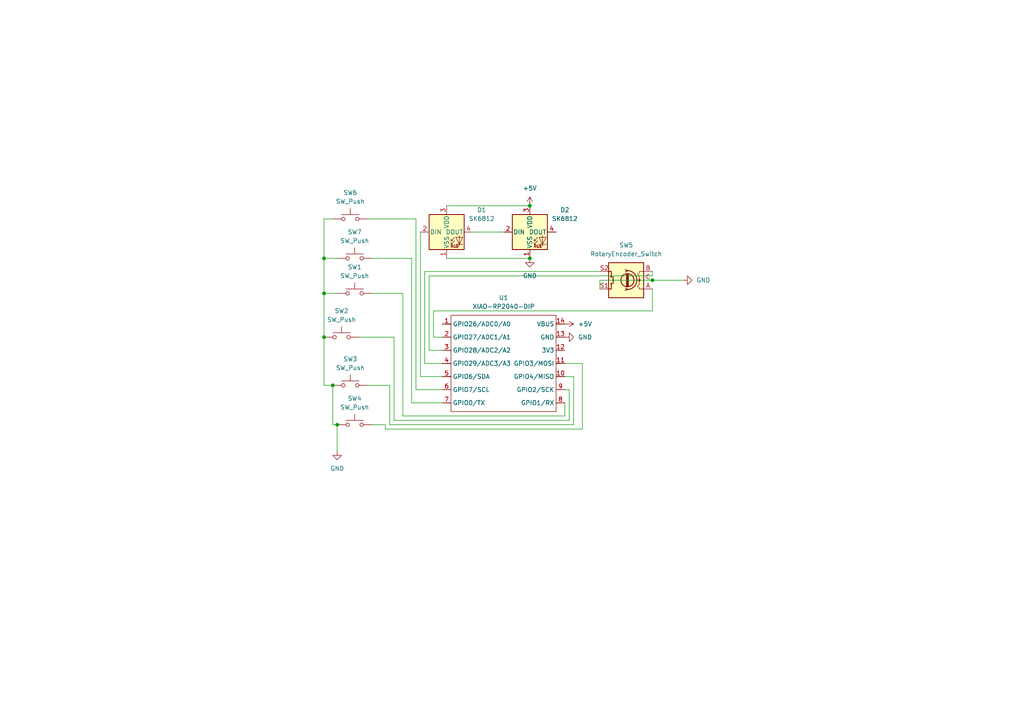
<source format=kicad_sch>
(kicad_sch
	(version 20250114)
	(generator "eeschema")
	(generator_version "9.0")
	(uuid "043453ca-dd00-4d53-951b-841cf98ae1db")
	(paper "A4")
	(lib_symbols
		(symbol "Device:RotaryEncoder_Switch"
			(pin_names
				(offset 0.254)
				(hide yes)
			)
			(exclude_from_sim no)
			(in_bom yes)
			(on_board yes)
			(property "Reference" "SW"
				(at 0 6.604 0)
				(effects
					(font
						(size 1.27 1.27)
					)
				)
			)
			(property "Value" "RotaryEncoder_Switch"
				(at 0 -6.604 0)
				(effects
					(font
						(size 1.27 1.27)
					)
				)
			)
			(property "Footprint" ""
				(at -3.81 4.064 0)
				(effects
					(font
						(size 1.27 1.27)
					)
					(hide yes)
				)
			)
			(property "Datasheet" "~"
				(at 0 6.604 0)
				(effects
					(font
						(size 1.27 1.27)
					)
					(hide yes)
				)
			)
			(property "Description" "Rotary encoder, dual channel, incremental quadrate outputs, with switch"
				(at 0 0 0)
				(effects
					(font
						(size 1.27 1.27)
					)
					(hide yes)
				)
			)
			(property "ki_keywords" "rotary switch encoder switch push button"
				(at 0 0 0)
				(effects
					(font
						(size 1.27 1.27)
					)
					(hide yes)
				)
			)
			(property "ki_fp_filters" "RotaryEncoder*Switch*"
				(at 0 0 0)
				(effects
					(font
						(size 1.27 1.27)
					)
					(hide yes)
				)
			)
			(symbol "RotaryEncoder_Switch_0_1"
				(rectangle
					(start -5.08 5.08)
					(end 5.08 -5.08)
					(stroke
						(width 0.254)
						(type default)
					)
					(fill
						(type background)
					)
				)
				(polyline
					(pts
						(xy -5.08 2.54) (xy -3.81 2.54) (xy -3.81 2.032)
					)
					(stroke
						(width 0)
						(type default)
					)
					(fill
						(type none)
					)
				)
				(polyline
					(pts
						(xy -5.08 0) (xy -3.81 0) (xy -3.81 -1.016) (xy -3.302 -2.032)
					)
					(stroke
						(width 0)
						(type default)
					)
					(fill
						(type none)
					)
				)
				(polyline
					(pts
						(xy -5.08 -2.54) (xy -3.81 -2.54) (xy -3.81 -2.032)
					)
					(stroke
						(width 0)
						(type default)
					)
					(fill
						(type none)
					)
				)
				(polyline
					(pts
						(xy -4.318 0) (xy -3.81 0) (xy -3.81 1.016) (xy -3.302 2.032)
					)
					(stroke
						(width 0)
						(type default)
					)
					(fill
						(type none)
					)
				)
				(circle
					(center -3.81 0)
					(radius 0.254)
					(stroke
						(width 0)
						(type default)
					)
					(fill
						(type outline)
					)
				)
				(polyline
					(pts
						(xy -0.635 -1.778) (xy -0.635 1.778)
					)
					(stroke
						(width 0.254)
						(type default)
					)
					(fill
						(type none)
					)
				)
				(circle
					(center -0.381 0)
					(radius 1.905)
					(stroke
						(width 0.254)
						(type default)
					)
					(fill
						(type none)
					)
				)
				(polyline
					(pts
						(xy -0.381 -1.778) (xy -0.381 1.778)
					)
					(stroke
						(width 0.254)
						(type default)
					)
					(fill
						(type none)
					)
				)
				(arc
					(start -0.381 -2.794)
					(mid -3.0988 -0.0635)
					(end -0.381 2.667)
					(stroke
						(width 0.254)
						(type default)
					)
					(fill
						(type none)
					)
				)
				(polyline
					(pts
						(xy -0.127 1.778) (xy -0.127 -1.778)
					)
					(stroke
						(width 0.254)
						(type default)
					)
					(fill
						(type none)
					)
				)
				(polyline
					(pts
						(xy 0.254 2.921) (xy -0.508 2.667) (xy 0.127 2.286)
					)
					(stroke
						(width 0.254)
						(type default)
					)
					(fill
						(type none)
					)
				)
				(polyline
					(pts
						(xy 0.254 -3.048) (xy -0.508 -2.794) (xy 0.127 -2.413)
					)
					(stroke
						(width 0.254)
						(type default)
					)
					(fill
						(type none)
					)
				)
				(polyline
					(pts
						(xy 3.81 1.016) (xy 3.81 -1.016)
					)
					(stroke
						(width 0.254)
						(type default)
					)
					(fill
						(type none)
					)
				)
				(polyline
					(pts
						(xy 3.81 0) (xy 3.429 0)
					)
					(stroke
						(width 0.254)
						(type default)
					)
					(fill
						(type none)
					)
				)
				(circle
					(center 4.318 1.016)
					(radius 0.127)
					(stroke
						(width 0.254)
						(type default)
					)
					(fill
						(type none)
					)
				)
				(circle
					(center 4.318 -1.016)
					(radius 0.127)
					(stroke
						(width 0.254)
						(type default)
					)
					(fill
						(type none)
					)
				)
				(polyline
					(pts
						(xy 5.08 2.54) (xy 4.318 2.54) (xy 4.318 1.016)
					)
					(stroke
						(width 0.254)
						(type default)
					)
					(fill
						(type none)
					)
				)
				(polyline
					(pts
						(xy 5.08 -2.54) (xy 4.318 -2.54) (xy 4.318 -1.016)
					)
					(stroke
						(width 0.254)
						(type default)
					)
					(fill
						(type none)
					)
				)
			)
			(symbol "RotaryEncoder_Switch_1_1"
				(pin passive line
					(at -7.62 2.54 0)
					(length 2.54)
					(name "A"
						(effects
							(font
								(size 1.27 1.27)
							)
						)
					)
					(number "A"
						(effects
							(font
								(size 1.27 1.27)
							)
						)
					)
				)
				(pin passive line
					(at -7.62 0 0)
					(length 2.54)
					(name "C"
						(effects
							(font
								(size 1.27 1.27)
							)
						)
					)
					(number "C"
						(effects
							(font
								(size 1.27 1.27)
							)
						)
					)
				)
				(pin passive line
					(at -7.62 -2.54 0)
					(length 2.54)
					(name "B"
						(effects
							(font
								(size 1.27 1.27)
							)
						)
					)
					(number "B"
						(effects
							(font
								(size 1.27 1.27)
							)
						)
					)
				)
				(pin passive line
					(at 7.62 2.54 180)
					(length 2.54)
					(name "S1"
						(effects
							(font
								(size 1.27 1.27)
							)
						)
					)
					(number "S1"
						(effects
							(font
								(size 1.27 1.27)
							)
						)
					)
				)
				(pin passive line
					(at 7.62 -2.54 180)
					(length 2.54)
					(name "S2"
						(effects
							(font
								(size 1.27 1.27)
							)
						)
					)
					(number "S2"
						(effects
							(font
								(size 1.27 1.27)
							)
						)
					)
				)
			)
			(embedded_fonts no)
		)
		(symbol "LED:SK6812"
			(pin_names
				(offset 0.254)
			)
			(exclude_from_sim no)
			(in_bom yes)
			(on_board yes)
			(property "Reference" "D"
				(at 5.08 5.715 0)
				(effects
					(font
						(size 1.27 1.27)
					)
					(justify right bottom)
				)
			)
			(property "Value" "SK6812"
				(at 1.27 -5.715 0)
				(effects
					(font
						(size 1.27 1.27)
					)
					(justify left top)
				)
			)
			(property "Footprint" "LED_SMD:LED_SK6812_PLCC4_5.0x5.0mm_P3.2mm"
				(at 1.27 -7.62 0)
				(effects
					(font
						(size 1.27 1.27)
					)
					(justify left top)
					(hide yes)
				)
			)
			(property "Datasheet" "https://cdn-shop.adafruit.com/product-files/1138/SK6812+LED+datasheet+.pdf"
				(at 2.54 -9.525 0)
				(effects
					(font
						(size 1.27 1.27)
					)
					(justify left top)
					(hide yes)
				)
			)
			(property "Description" "RGB LED with integrated controller"
				(at 0 0 0)
				(effects
					(font
						(size 1.27 1.27)
					)
					(hide yes)
				)
			)
			(property "ki_keywords" "RGB LED NeoPixel addressable"
				(at 0 0 0)
				(effects
					(font
						(size 1.27 1.27)
					)
					(hide yes)
				)
			)
			(property "ki_fp_filters" "LED*SK6812*PLCC*5.0x5.0mm*P3.2mm*"
				(at 0 0 0)
				(effects
					(font
						(size 1.27 1.27)
					)
					(hide yes)
				)
			)
			(symbol "SK6812_0_0"
				(text "RGB"
					(at 2.286 -4.191 0)
					(effects
						(font
							(size 0.762 0.762)
						)
					)
				)
			)
			(symbol "SK6812_0_1"
				(polyline
					(pts
						(xy 1.27 -2.54) (xy 1.778 -2.54)
					)
					(stroke
						(width 0)
						(type default)
					)
					(fill
						(type none)
					)
				)
				(polyline
					(pts
						(xy 1.27 -3.556) (xy 1.778 -3.556)
					)
					(stroke
						(width 0)
						(type default)
					)
					(fill
						(type none)
					)
				)
				(polyline
					(pts
						(xy 2.286 -1.524) (xy 1.27 -2.54) (xy 1.27 -2.032)
					)
					(stroke
						(width 0)
						(type default)
					)
					(fill
						(type none)
					)
				)
				(polyline
					(pts
						(xy 2.286 -2.54) (xy 1.27 -3.556) (xy 1.27 -3.048)
					)
					(stroke
						(width 0)
						(type default)
					)
					(fill
						(type none)
					)
				)
				(polyline
					(pts
						(xy 3.683 -1.016) (xy 3.683 -3.556) (xy 3.683 -4.064)
					)
					(stroke
						(width 0)
						(type default)
					)
					(fill
						(type none)
					)
				)
				(polyline
					(pts
						(xy 4.699 -1.524) (xy 2.667 -1.524) (xy 3.683 -3.556) (xy 4.699 -1.524)
					)
					(stroke
						(width 0)
						(type default)
					)
					(fill
						(type none)
					)
				)
				(polyline
					(pts
						(xy 4.699 -3.556) (xy 2.667 -3.556)
					)
					(stroke
						(width 0)
						(type default)
					)
					(fill
						(type none)
					)
				)
				(rectangle
					(start 5.08 5.08)
					(end -5.08 -5.08)
					(stroke
						(width 0.254)
						(type default)
					)
					(fill
						(type background)
					)
				)
			)
			(symbol "SK6812_1_1"
				(pin input line
					(at -7.62 0 0)
					(length 2.54)
					(name "DIN"
						(effects
							(font
								(size 1.27 1.27)
							)
						)
					)
					(number "2"
						(effects
							(font
								(size 1.27 1.27)
							)
						)
					)
				)
				(pin power_in line
					(at 0 7.62 270)
					(length 2.54)
					(name "VDD"
						(effects
							(font
								(size 1.27 1.27)
							)
						)
					)
					(number "3"
						(effects
							(font
								(size 1.27 1.27)
							)
						)
					)
				)
				(pin power_in line
					(at 0 -7.62 90)
					(length 2.54)
					(name "VSS"
						(effects
							(font
								(size 1.27 1.27)
							)
						)
					)
					(number "1"
						(effects
							(font
								(size 1.27 1.27)
							)
						)
					)
				)
				(pin output line
					(at 7.62 0 180)
					(length 2.54)
					(name "DOUT"
						(effects
							(font
								(size 1.27 1.27)
							)
						)
					)
					(number "4"
						(effects
							(font
								(size 1.27 1.27)
							)
						)
					)
				)
			)
			(embedded_fonts no)
		)
		(symbol "OPL Library:XIAO-RP2040-DIP"
			(exclude_from_sim no)
			(in_bom yes)
			(on_board yes)
			(property "Reference" "U"
				(at 0 0 0)
				(effects
					(font
						(size 1.27 1.27)
					)
				)
			)
			(property "Value" "XIAO-RP2040-DIP"
				(at 5.334 -1.778 0)
				(effects
					(font
						(size 1.27 1.27)
					)
				)
			)
			(property "Footprint" "Module:MOUDLE14P-XIAO-DIP-SMD"
				(at 14.478 -32.258 0)
				(effects
					(font
						(size 1.27 1.27)
					)
					(hide yes)
				)
			)
			(property "Datasheet" ""
				(at 0 0 0)
				(effects
					(font
						(size 1.27 1.27)
					)
					(hide yes)
				)
			)
			(property "Description" ""
				(at 0 0 0)
				(effects
					(font
						(size 1.27 1.27)
					)
					(hide yes)
				)
			)
			(symbol "XIAO-RP2040-DIP_1_0"
				(polyline
					(pts
						(xy -1.27 -2.54) (xy 29.21 -2.54)
					)
					(stroke
						(width 0.1524)
						(type solid)
					)
					(fill
						(type none)
					)
				)
				(polyline
					(pts
						(xy -1.27 -5.08) (xy -2.54 -5.08)
					)
					(stroke
						(width 0.1524)
						(type solid)
					)
					(fill
						(type none)
					)
				)
				(polyline
					(pts
						(xy -1.27 -5.08) (xy -1.27 -2.54)
					)
					(stroke
						(width 0.1524)
						(type solid)
					)
					(fill
						(type none)
					)
				)
				(polyline
					(pts
						(xy -1.27 -8.89) (xy -2.54 -8.89)
					)
					(stroke
						(width 0.1524)
						(type solid)
					)
					(fill
						(type none)
					)
				)
				(polyline
					(pts
						(xy -1.27 -8.89) (xy -1.27 -5.08)
					)
					(stroke
						(width 0.1524)
						(type solid)
					)
					(fill
						(type none)
					)
				)
				(polyline
					(pts
						(xy -1.27 -12.7) (xy -2.54 -12.7)
					)
					(stroke
						(width 0.1524)
						(type solid)
					)
					(fill
						(type none)
					)
				)
				(polyline
					(pts
						(xy -1.27 -12.7) (xy -1.27 -8.89)
					)
					(stroke
						(width 0.1524)
						(type solid)
					)
					(fill
						(type none)
					)
				)
				(polyline
					(pts
						(xy -1.27 -16.51) (xy -2.54 -16.51)
					)
					(stroke
						(width 0.1524)
						(type solid)
					)
					(fill
						(type none)
					)
				)
				(polyline
					(pts
						(xy -1.27 -16.51) (xy -1.27 -12.7)
					)
					(stroke
						(width 0.1524)
						(type solid)
					)
					(fill
						(type none)
					)
				)
				(polyline
					(pts
						(xy -1.27 -20.32) (xy -2.54 -20.32)
					)
					(stroke
						(width 0.1524)
						(type solid)
					)
					(fill
						(type none)
					)
				)
				(polyline
					(pts
						(xy -1.27 -24.13) (xy -2.54 -24.13)
					)
					(stroke
						(width 0.1524)
						(type solid)
					)
					(fill
						(type none)
					)
				)
				(polyline
					(pts
						(xy -1.27 -27.94) (xy -2.54 -27.94)
					)
					(stroke
						(width 0.1524)
						(type solid)
					)
					(fill
						(type none)
					)
				)
				(polyline
					(pts
						(xy -1.27 -30.48) (xy -1.27 -16.51)
					)
					(stroke
						(width 0.1524)
						(type solid)
					)
					(fill
						(type none)
					)
				)
				(polyline
					(pts
						(xy 29.21 -2.54) (xy 29.21 -5.08)
					)
					(stroke
						(width 0.1524)
						(type solid)
					)
					(fill
						(type none)
					)
				)
				(polyline
					(pts
						(xy 29.21 -5.08) (xy 29.21 -8.89)
					)
					(stroke
						(width 0.1524)
						(type solid)
					)
					(fill
						(type none)
					)
				)
				(polyline
					(pts
						(xy 29.21 -8.89) (xy 29.21 -12.7)
					)
					(stroke
						(width 0.1524)
						(type solid)
					)
					(fill
						(type none)
					)
				)
				(polyline
					(pts
						(xy 29.21 -12.7) (xy 29.21 -30.48)
					)
					(stroke
						(width 0.1524)
						(type solid)
					)
					(fill
						(type none)
					)
				)
				(polyline
					(pts
						(xy 29.21 -30.48) (xy -1.27 -30.48)
					)
					(stroke
						(width 0.1524)
						(type solid)
					)
					(fill
						(type none)
					)
				)
				(polyline
					(pts
						(xy 30.48 -5.08) (xy 29.21 -5.08)
					)
					(stroke
						(width 0.1524)
						(type solid)
					)
					(fill
						(type none)
					)
				)
				(polyline
					(pts
						(xy 30.48 -8.89) (xy 29.21 -8.89)
					)
					(stroke
						(width 0.1524)
						(type solid)
					)
					(fill
						(type none)
					)
				)
				(polyline
					(pts
						(xy 30.48 -12.7) (xy 29.21 -12.7)
					)
					(stroke
						(width 0.1524)
						(type solid)
					)
					(fill
						(type none)
					)
				)
				(polyline
					(pts
						(xy 30.48 -16.51) (xy 29.21 -16.51)
					)
					(stroke
						(width 0.1524)
						(type solid)
					)
					(fill
						(type none)
					)
				)
				(polyline
					(pts
						(xy 30.48 -20.32) (xy 29.21 -20.32)
					)
					(stroke
						(width 0.1524)
						(type solid)
					)
					(fill
						(type none)
					)
				)
				(polyline
					(pts
						(xy 30.48 -24.13) (xy 29.21 -24.13)
					)
					(stroke
						(width 0.1524)
						(type solid)
					)
					(fill
						(type none)
					)
				)
				(polyline
					(pts
						(xy 30.48 -27.94) (xy 29.21 -27.94)
					)
					(stroke
						(width 0.1524)
						(type solid)
					)
					(fill
						(type none)
					)
				)
				(pin passive line
					(at -3.81 -5.08 0)
					(length 2.54)
					(name "GPIO26/ADC0/A0"
						(effects
							(font
								(size 1.27 1.27)
							)
						)
					)
					(number "1"
						(effects
							(font
								(size 1.27 1.27)
							)
						)
					)
				)
				(pin passive line
					(at -3.81 -8.89 0)
					(length 2.54)
					(name "GPIO27/ADC1/A1"
						(effects
							(font
								(size 1.27 1.27)
							)
						)
					)
					(number "2"
						(effects
							(font
								(size 1.27 1.27)
							)
						)
					)
				)
				(pin passive line
					(at -3.81 -12.7 0)
					(length 2.54)
					(name "GPIO28/ADC2/A2"
						(effects
							(font
								(size 1.27 1.27)
							)
						)
					)
					(number "3"
						(effects
							(font
								(size 1.27 1.27)
							)
						)
					)
				)
				(pin passive line
					(at -3.81 -16.51 0)
					(length 2.54)
					(name "GPIO29/ADC3/A3"
						(effects
							(font
								(size 1.27 1.27)
							)
						)
					)
					(number "4"
						(effects
							(font
								(size 1.27 1.27)
							)
						)
					)
				)
				(pin passive line
					(at -3.81 -20.32 0)
					(length 2.54)
					(name "GPIO6/SDA"
						(effects
							(font
								(size 1.27 1.27)
							)
						)
					)
					(number "5"
						(effects
							(font
								(size 1.27 1.27)
							)
						)
					)
				)
				(pin passive line
					(at -3.81 -24.13 0)
					(length 2.54)
					(name "GPIO7/SCL"
						(effects
							(font
								(size 1.27 1.27)
							)
						)
					)
					(number "6"
						(effects
							(font
								(size 1.27 1.27)
							)
						)
					)
				)
				(pin passive line
					(at -3.81 -27.94 0)
					(length 2.54)
					(name "GPIO0/TX"
						(effects
							(font
								(size 1.27 1.27)
							)
						)
					)
					(number "7"
						(effects
							(font
								(size 1.27 1.27)
							)
						)
					)
				)
				(pin passive line
					(at 31.75 -5.08 180)
					(length 2.54)
					(name "VBUS"
						(effects
							(font
								(size 1.27 1.27)
							)
						)
					)
					(number "14"
						(effects
							(font
								(size 1.27 1.27)
							)
						)
					)
				)
				(pin passive line
					(at 31.75 -8.89 180)
					(length 2.54)
					(name "GND"
						(effects
							(font
								(size 1.27 1.27)
							)
						)
					)
					(number "13"
						(effects
							(font
								(size 1.27 1.27)
							)
						)
					)
				)
				(pin passive line
					(at 31.75 -12.7 180)
					(length 2.54)
					(name "3V3"
						(effects
							(font
								(size 1.27 1.27)
							)
						)
					)
					(number "12"
						(effects
							(font
								(size 1.27 1.27)
							)
						)
					)
				)
				(pin passive line
					(at 31.75 -16.51 180)
					(length 2.54)
					(name "GPIO3/MOSI"
						(effects
							(font
								(size 1.27 1.27)
							)
						)
					)
					(number "11"
						(effects
							(font
								(size 1.27 1.27)
							)
						)
					)
				)
				(pin passive line
					(at 31.75 -20.32 180)
					(length 2.54)
					(name "GPIO4/MISO"
						(effects
							(font
								(size 1.27 1.27)
							)
						)
					)
					(number "10"
						(effects
							(font
								(size 1.27 1.27)
							)
						)
					)
				)
				(pin passive line
					(at 31.75 -24.13 180)
					(length 2.54)
					(name "GPIO2/SCK"
						(effects
							(font
								(size 1.27 1.27)
							)
						)
					)
					(number "9"
						(effects
							(font
								(size 1.27 1.27)
							)
						)
					)
				)
				(pin passive line
					(at 31.75 -27.94 180)
					(length 2.54)
					(name "GPIO1/RX"
						(effects
							(font
								(size 1.27 1.27)
							)
						)
					)
					(number "8"
						(effects
							(font
								(size 1.27 1.27)
							)
						)
					)
				)
			)
			(embedded_fonts no)
		)
		(symbol "Switch:SW_Push"
			(pin_numbers
				(hide yes)
			)
			(pin_names
				(offset 1.016)
				(hide yes)
			)
			(exclude_from_sim no)
			(in_bom yes)
			(on_board yes)
			(property "Reference" "SW"
				(at 1.27 2.54 0)
				(effects
					(font
						(size 1.27 1.27)
					)
					(justify left)
				)
			)
			(property "Value" "SW_Push"
				(at 0 -1.524 0)
				(effects
					(font
						(size 1.27 1.27)
					)
				)
			)
			(property "Footprint" ""
				(at 0 5.08 0)
				(effects
					(font
						(size 1.27 1.27)
					)
					(hide yes)
				)
			)
			(property "Datasheet" "~"
				(at 0 5.08 0)
				(effects
					(font
						(size 1.27 1.27)
					)
					(hide yes)
				)
			)
			(property "Description" "Push button switch, generic, two pins"
				(at 0 0 0)
				(effects
					(font
						(size 1.27 1.27)
					)
					(hide yes)
				)
			)
			(property "ki_keywords" "switch normally-open pushbutton push-button"
				(at 0 0 0)
				(effects
					(font
						(size 1.27 1.27)
					)
					(hide yes)
				)
			)
			(symbol "SW_Push_0_1"
				(circle
					(center -2.032 0)
					(radius 0.508)
					(stroke
						(width 0)
						(type default)
					)
					(fill
						(type none)
					)
				)
				(polyline
					(pts
						(xy 0 1.27) (xy 0 3.048)
					)
					(stroke
						(width 0)
						(type default)
					)
					(fill
						(type none)
					)
				)
				(circle
					(center 2.032 0)
					(radius 0.508)
					(stroke
						(width 0)
						(type default)
					)
					(fill
						(type none)
					)
				)
				(polyline
					(pts
						(xy 2.54 1.27) (xy -2.54 1.27)
					)
					(stroke
						(width 0)
						(type default)
					)
					(fill
						(type none)
					)
				)
				(pin passive line
					(at -5.08 0 0)
					(length 2.54)
					(name "1"
						(effects
							(font
								(size 1.27 1.27)
							)
						)
					)
					(number "1"
						(effects
							(font
								(size 1.27 1.27)
							)
						)
					)
				)
				(pin passive line
					(at 5.08 0 180)
					(length 2.54)
					(name "2"
						(effects
							(font
								(size 1.27 1.27)
							)
						)
					)
					(number "2"
						(effects
							(font
								(size 1.27 1.27)
							)
						)
					)
				)
			)
			(embedded_fonts no)
		)
		(symbol "power:+5V"
			(power)
			(pin_numbers
				(hide yes)
			)
			(pin_names
				(offset 0)
				(hide yes)
			)
			(exclude_from_sim no)
			(in_bom yes)
			(on_board yes)
			(property "Reference" "#PWR"
				(at 0 -3.81 0)
				(effects
					(font
						(size 1.27 1.27)
					)
					(hide yes)
				)
			)
			(property "Value" "+5V"
				(at 0 3.556 0)
				(effects
					(font
						(size 1.27 1.27)
					)
				)
			)
			(property "Footprint" ""
				(at 0 0 0)
				(effects
					(font
						(size 1.27 1.27)
					)
					(hide yes)
				)
			)
			(property "Datasheet" ""
				(at 0 0 0)
				(effects
					(font
						(size 1.27 1.27)
					)
					(hide yes)
				)
			)
			(property "Description" "Power symbol creates a global label with name \"+5V\""
				(at 0 0 0)
				(effects
					(font
						(size 1.27 1.27)
					)
					(hide yes)
				)
			)
			(property "ki_keywords" "global power"
				(at 0 0 0)
				(effects
					(font
						(size 1.27 1.27)
					)
					(hide yes)
				)
			)
			(symbol "+5V_0_1"
				(polyline
					(pts
						(xy -0.762 1.27) (xy 0 2.54)
					)
					(stroke
						(width 0)
						(type default)
					)
					(fill
						(type none)
					)
				)
				(polyline
					(pts
						(xy 0 2.54) (xy 0.762 1.27)
					)
					(stroke
						(width 0)
						(type default)
					)
					(fill
						(type none)
					)
				)
				(polyline
					(pts
						(xy 0 0) (xy 0 2.54)
					)
					(stroke
						(width 0)
						(type default)
					)
					(fill
						(type none)
					)
				)
			)
			(symbol "+5V_1_1"
				(pin power_in line
					(at 0 0 90)
					(length 0)
					(name "~"
						(effects
							(font
								(size 1.27 1.27)
							)
						)
					)
					(number "1"
						(effects
							(font
								(size 1.27 1.27)
							)
						)
					)
				)
			)
			(embedded_fonts no)
		)
		(symbol "power:GND"
			(power)
			(pin_numbers
				(hide yes)
			)
			(pin_names
				(offset 0)
				(hide yes)
			)
			(exclude_from_sim no)
			(in_bom yes)
			(on_board yes)
			(property "Reference" "#PWR"
				(at 0 -6.35 0)
				(effects
					(font
						(size 1.27 1.27)
					)
					(hide yes)
				)
			)
			(property "Value" "GND"
				(at 0 -3.81 0)
				(effects
					(font
						(size 1.27 1.27)
					)
				)
			)
			(property "Footprint" ""
				(at 0 0 0)
				(effects
					(font
						(size 1.27 1.27)
					)
					(hide yes)
				)
			)
			(property "Datasheet" ""
				(at 0 0 0)
				(effects
					(font
						(size 1.27 1.27)
					)
					(hide yes)
				)
			)
			(property "Description" "Power symbol creates a global label with name \"GND\" , ground"
				(at 0 0 0)
				(effects
					(font
						(size 1.27 1.27)
					)
					(hide yes)
				)
			)
			(property "ki_keywords" "global power"
				(at 0 0 0)
				(effects
					(font
						(size 1.27 1.27)
					)
					(hide yes)
				)
			)
			(symbol "GND_0_1"
				(polyline
					(pts
						(xy 0 0) (xy 0 -1.27) (xy 1.27 -1.27) (xy 0 -2.54) (xy -1.27 -1.27) (xy 0 -1.27)
					)
					(stroke
						(width 0)
						(type default)
					)
					(fill
						(type none)
					)
				)
			)
			(symbol "GND_1_1"
				(pin power_in line
					(at 0 0 270)
					(length 0)
					(name "~"
						(effects
							(font
								(size 1.27 1.27)
							)
						)
					)
					(number "1"
						(effects
							(font
								(size 1.27 1.27)
							)
						)
					)
				)
			)
			(embedded_fonts no)
		)
	)
	(junction
		(at 97.79 123.19)
		(diameter 0)
		(color 0 0 0 0)
		(uuid "28aeacc9-7f83-4f3b-aea7-97c0cf6e1380")
	)
	(junction
		(at 189.23 81.28)
		(diameter 0)
		(color 0 0 0 0)
		(uuid "682be3c9-979f-42e1-a28b-7a394d2147e5")
	)
	(junction
		(at 153.67 59.69)
		(diameter 0)
		(color 0 0 0 0)
		(uuid "7c1b7831-9116-473c-98c4-342a16cb7d69")
	)
	(junction
		(at 93.98 85.09)
		(diameter 0)
		(color 0 0 0 0)
		(uuid "7c33c3e1-8cf2-409f-bcf4-19916dcd3d55")
	)
	(junction
		(at 93.98 97.79)
		(diameter 0)
		(color 0 0 0 0)
		(uuid "7ea6d7e6-0af2-4b71-8b78-c0055d2e391e")
	)
	(junction
		(at 153.67 74.93)
		(diameter 0)
		(color 0 0 0 0)
		(uuid "9ff9b6e5-cc08-47b5-9f26-3dddc15c4cc8")
	)
	(junction
		(at 96.52 111.76)
		(diameter 0)
		(color 0 0 0 0)
		(uuid "c22d337e-462b-4473-ba20-efc7dc3e8905")
	)
	(junction
		(at 93.98 74.93)
		(diameter 0)
		(color 0 0 0 0)
		(uuid "de6d4d3c-770b-4c9c-93aa-6b37ca1fc634")
	)
	(wire
		(pts
			(xy 113.03 123.19) (xy 166.37 123.19)
		)
		(stroke
			(width 0)
			(type default)
		)
		(uuid "0055261c-c338-44bd-8925-0156ed1bd299")
	)
	(wire
		(pts
			(xy 129.54 59.69) (xy 153.67 59.69)
		)
		(stroke
			(width 0)
			(type default)
		)
		(uuid "01e2236b-7815-4edb-8234-0c23e2d0b3c6")
	)
	(wire
		(pts
			(xy 93.98 74.93) (xy 93.98 85.09)
		)
		(stroke
			(width 0)
			(type default)
		)
		(uuid "027a6149-e439-40c0-9d3f-039138060226")
	)
	(wire
		(pts
			(xy 166.37 109.22) (xy 163.83 109.22)
		)
		(stroke
			(width 0)
			(type default)
		)
		(uuid "0fe919b5-105e-4b46-a9fc-67adc06ec71c")
	)
	(wire
		(pts
			(xy 125.73 97.79) (xy 128.27 97.79)
		)
		(stroke
			(width 0)
			(type default)
		)
		(uuid "1021e8f4-7d8a-435e-a00f-a53e107d0e90")
	)
	(wire
		(pts
			(xy 173.99 78.74) (xy 123.19 78.74)
		)
		(stroke
			(width 0)
			(type default)
		)
		(uuid "169404f3-9538-4180-8c2d-d1cd0b252c26")
	)
	(wire
		(pts
			(xy 97.79 123.19) (xy 97.79 130.81)
		)
		(stroke
			(width 0)
			(type default)
		)
		(uuid "197ebd4e-71a2-4c9a-b49a-8e1a7f1505b1")
	)
	(wire
		(pts
			(xy 189.23 81.28) (xy 198.12 81.28)
		)
		(stroke
			(width 0)
			(type default)
		)
		(uuid "1c06021d-e084-41fb-a795-c57bf5dc3e63")
	)
	(wire
		(pts
			(xy 189.23 90.17) (xy 125.73 90.17)
		)
		(stroke
			(width 0)
			(type default)
		)
		(uuid "207c9a64-ad01-4d94-a1bb-8690f991059d")
	)
	(wire
		(pts
			(xy 123.19 105.41) (xy 128.27 105.41)
		)
		(stroke
			(width 0)
			(type default)
		)
		(uuid "278cb128-6726-4818-81f9-3bd2ef608c55")
	)
	(wire
		(pts
			(xy 97.79 85.09) (xy 93.98 85.09)
		)
		(stroke
			(width 0)
			(type default)
		)
		(uuid "2ba072ae-fa49-46e1-8ec0-55fd6045026d")
	)
	(wire
		(pts
			(xy 173.99 83.82) (xy 173.99 81.28)
		)
		(stroke
			(width 0)
			(type default)
		)
		(uuid "2ca5ad51-e828-4436-9b78-37e0443e3e88")
	)
	(wire
		(pts
			(xy 168.91 124.46) (xy 168.91 105.41)
		)
		(stroke
			(width 0)
			(type default)
		)
		(uuid "3227d12a-3131-4c05-8ce5-5c2af8ceeaa6")
	)
	(wire
		(pts
			(xy 120.65 63.5) (xy 120.65 113.03)
		)
		(stroke
			(width 0)
			(type default)
		)
		(uuid "4a1ec4aa-b3bb-4341-981d-4c1bb81cfcf3")
	)
	(wire
		(pts
			(xy 96.52 111.76) (xy 96.52 123.19)
		)
		(stroke
			(width 0)
			(type default)
		)
		(uuid "4bc6e8b8-b61d-4a2b-82ee-bec4aa7232aa")
	)
	(wire
		(pts
			(xy 165.1 121.92) (xy 165.1 113.03)
		)
		(stroke
			(width 0)
			(type default)
		)
		(uuid "4bde109a-8657-4100-839c-4618d6ffbaa1")
	)
	(wire
		(pts
			(xy 116.84 120.65) (xy 163.83 120.65)
		)
		(stroke
			(width 0)
			(type default)
		)
		(uuid "4db5c5d2-12f5-44f0-9d17-c3b1a5fc9d2d")
	)
	(wire
		(pts
			(xy 106.68 111.76) (xy 113.03 111.76)
		)
		(stroke
			(width 0)
			(type default)
		)
		(uuid "4f308803-311a-4470-9559-1a31cd90ab1e")
	)
	(wire
		(pts
			(xy 107.95 85.09) (xy 116.84 85.09)
		)
		(stroke
			(width 0)
			(type default)
		)
		(uuid "50fb3487-31c1-4e27-aa2a-60926ab4e27d")
	)
	(wire
		(pts
			(xy 116.84 85.09) (xy 116.84 120.65)
		)
		(stroke
			(width 0)
			(type default)
		)
		(uuid "593b1edc-cddf-4039-8703-219cbc4cc428")
	)
	(wire
		(pts
			(xy 114.3 97.79) (xy 114.3 121.92)
		)
		(stroke
			(width 0)
			(type default)
		)
		(uuid "5ba9a868-1da1-4efb-9c6d-84d3d72104eb")
	)
	(wire
		(pts
			(xy 93.98 63.5) (xy 93.98 74.93)
		)
		(stroke
			(width 0)
			(type default)
		)
		(uuid "650cdcc8-e22f-4189-b9b3-81547a1c6d3f")
	)
	(wire
		(pts
			(xy 113.03 111.76) (xy 113.03 123.19)
		)
		(stroke
			(width 0)
			(type default)
		)
		(uuid "66a3c937-18bb-46b7-9567-0e835562bbbc")
	)
	(wire
		(pts
			(xy 114.3 121.92) (xy 165.1 121.92)
		)
		(stroke
			(width 0)
			(type default)
		)
		(uuid "6e4817ac-b4f9-4cbe-8d67-5fc8a9a2bcd2")
	)
	(wire
		(pts
			(xy 129.54 74.93) (xy 153.67 74.93)
		)
		(stroke
			(width 0)
			(type default)
		)
		(uuid "7569b5c4-77c4-410b-b742-3d7bb947f6e8")
	)
	(wire
		(pts
			(xy 111.76 123.19) (xy 111.76 124.46)
		)
		(stroke
			(width 0)
			(type default)
		)
		(uuid "775f1fe0-7e35-4688-8944-79fe704465e3")
	)
	(wire
		(pts
			(xy 120.65 113.03) (xy 128.27 113.03)
		)
		(stroke
			(width 0)
			(type default)
		)
		(uuid "7784b31d-c96c-412d-8b58-0165d42bea2b")
	)
	(wire
		(pts
			(xy 106.68 63.5) (xy 120.65 63.5)
		)
		(stroke
			(width 0)
			(type default)
		)
		(uuid "784dec3e-7d8a-4e8e-8ad0-1e1226a6c33d")
	)
	(wire
		(pts
			(xy 173.99 81.28) (xy 189.23 81.28)
		)
		(stroke
			(width 0)
			(type default)
		)
		(uuid "7d3c7485-2de1-4528-ab56-6982f0081860")
	)
	(wire
		(pts
			(xy 189.23 80.01) (xy 124.46 80.01)
		)
		(stroke
			(width 0)
			(type default)
		)
		(uuid "80f52a69-c652-4caa-86b7-012b64690026")
	)
	(wire
		(pts
			(xy 163.83 120.65) (xy 163.83 116.84)
		)
		(stroke
			(width 0)
			(type default)
		)
		(uuid "8649ec7d-6dc2-439f-949f-f0c82725c67b")
	)
	(wire
		(pts
			(xy 168.91 105.41) (xy 163.83 105.41)
		)
		(stroke
			(width 0)
			(type default)
		)
		(uuid "8e9a0d2b-c1af-4519-826a-6293927a8fea")
	)
	(wire
		(pts
			(xy 137.16 67.31) (xy 146.05 67.31)
		)
		(stroke
			(width 0)
			(type default)
		)
		(uuid "9a46292c-19f4-4ce8-8be9-ecb0a5f49c26")
	)
	(wire
		(pts
			(xy 125.73 90.17) (xy 125.73 97.79)
		)
		(stroke
			(width 0)
			(type default)
		)
		(uuid "9a9556f2-e95d-4114-9b48-0c223d5c9b5d")
	)
	(wire
		(pts
			(xy 93.98 97.79) (xy 93.98 111.76)
		)
		(stroke
			(width 0)
			(type default)
		)
		(uuid "a2860a61-f072-4187-8fc0-e372aa82bc99")
	)
	(wire
		(pts
			(xy 189.23 78.74) (xy 189.23 80.01)
		)
		(stroke
			(width 0)
			(type default)
		)
		(uuid "ac942967-27d5-4df1-9be9-8d71216d05ad")
	)
	(wire
		(pts
			(xy 96.52 123.19) (xy 97.79 123.19)
		)
		(stroke
			(width 0)
			(type default)
		)
		(uuid "afe26f7b-5510-4d55-8cd8-049f594ae8dd")
	)
	(wire
		(pts
			(xy 189.23 83.82) (xy 189.23 90.17)
		)
		(stroke
			(width 0)
			(type default)
		)
		(uuid "b0760ad1-a5cb-4538-bbde-feb69b554884")
	)
	(wire
		(pts
			(xy 165.1 113.03) (xy 163.83 113.03)
		)
		(stroke
			(width 0)
			(type default)
		)
		(uuid "b2e0631e-dbba-4268-8613-23493035c2e7")
	)
	(wire
		(pts
			(xy 123.19 78.74) (xy 123.19 105.41)
		)
		(stroke
			(width 0)
			(type default)
		)
		(uuid "bd092bb9-1ae8-4abd-9783-6242c7fa7b53")
	)
	(wire
		(pts
			(xy 97.79 74.93) (xy 93.98 74.93)
		)
		(stroke
			(width 0)
			(type default)
		)
		(uuid "bf5f0c2c-d091-47fe-8736-6c1dc01c3d77")
	)
	(wire
		(pts
			(xy 107.95 74.93) (xy 119.38 74.93)
		)
		(stroke
			(width 0)
			(type default)
		)
		(uuid "bf77fc45-7a43-4ead-987e-5e4b52b5897e")
	)
	(wire
		(pts
			(xy 121.92 67.31) (xy 121.92 109.22)
		)
		(stroke
			(width 0)
			(type default)
		)
		(uuid "c16ca54c-7dc5-42aa-81b3-5978159299a0")
	)
	(wire
		(pts
			(xy 96.52 63.5) (xy 93.98 63.5)
		)
		(stroke
			(width 0)
			(type default)
		)
		(uuid "c88698d9-0d89-434b-9500-56ea495e8de1")
	)
	(wire
		(pts
			(xy 93.98 111.76) (xy 96.52 111.76)
		)
		(stroke
			(width 0)
			(type default)
		)
		(uuid "d235d30b-a509-4fd8-9f89-a7aa2dc0caac")
	)
	(wire
		(pts
			(xy 107.95 123.19) (xy 111.76 123.19)
		)
		(stroke
			(width 0)
			(type default)
		)
		(uuid "e1c9302e-583b-4145-be20-ed0f2b2d702c")
	)
	(wire
		(pts
			(xy 124.46 101.6) (xy 128.27 101.6)
		)
		(stroke
			(width 0)
			(type default)
		)
		(uuid "e21546bd-e236-48fd-b8da-c1d13ea6586b")
	)
	(wire
		(pts
			(xy 111.76 124.46) (xy 168.91 124.46)
		)
		(stroke
			(width 0)
			(type default)
		)
		(uuid "e3bde570-6c3f-45ab-a615-205e9b88fbc0")
	)
	(wire
		(pts
			(xy 124.46 80.01) (xy 124.46 101.6)
		)
		(stroke
			(width 0)
			(type default)
		)
		(uuid "e3c66dbc-8443-4acd-b08c-71b064b9ddd7")
	)
	(wire
		(pts
			(xy 128.27 109.22) (xy 121.92 109.22)
		)
		(stroke
			(width 0)
			(type default)
		)
		(uuid "e71d5042-2982-41c6-867a-270d25eb65c5")
	)
	(wire
		(pts
			(xy 166.37 123.19) (xy 166.37 109.22)
		)
		(stroke
			(width 0)
			(type default)
		)
		(uuid "e89ec681-96e9-44ac-a91c-d8b87702d326")
	)
	(wire
		(pts
			(xy 104.14 97.79) (xy 114.3 97.79)
		)
		(stroke
			(width 0)
			(type default)
		)
		(uuid "e950722a-952c-4ff5-b535-ea8de67df7e6")
	)
	(wire
		(pts
			(xy 93.98 85.09) (xy 93.98 97.79)
		)
		(stroke
			(width 0)
			(type default)
		)
		(uuid "e9c8ecae-fc37-494b-a170-479ca092d2e2")
	)
	(wire
		(pts
			(xy 119.38 116.84) (xy 128.27 116.84)
		)
		(stroke
			(width 0)
			(type default)
		)
		(uuid "f1232adf-4db4-4045-932a-2647f2a8fa74")
	)
	(wire
		(pts
			(xy 119.38 74.93) (xy 119.38 116.84)
		)
		(stroke
			(width 0)
			(type default)
		)
		(uuid "f22f4163-d679-4ee8-9b9c-eb14a4b8931d")
	)
	(symbol
		(lib_id "OPL Library:XIAO-RP2040-DIP")
		(at 132.08 88.9 0)
		(unit 1)
		(exclude_from_sim no)
		(in_bom yes)
		(on_board yes)
		(dnp no)
		(fields_autoplaced yes)
		(uuid "05034242-946d-49b8-af9d-b053dff9faad")
		(property "Reference" "U1"
			(at 146.05 86.36 0)
			(effects
				(font
					(size 1.27 1.27)
				)
			)
		)
		(property "Value" "XIAO-RP2040-DIP"
			(at 146.05 88.9 0)
			(effects
				(font
					(size 1.27 1.27)
				)
			)
		)
		(property "Footprint" "Opl Library:XIAO-RP2040-DIP"
			(at 146.558 121.158 0)
			(effects
				(font
					(size 1.27 1.27)
				)
				(hide yes)
			)
		)
		(property "Datasheet" ""
			(at 132.08 88.9 0)
			(effects
				(font
					(size 1.27 1.27)
				)
				(hide yes)
			)
		)
		(property "Description" ""
			(at 132.08 88.9 0)
			(effects
				(font
					(size 1.27 1.27)
				)
				(hide yes)
			)
		)
		(pin "7"
			(uuid "f574e8ed-f3cd-40b4-95b3-75734ab4f6d8")
		)
		(pin "8"
			(uuid "22fdd6a4-49fa-477f-aa4c-da9375b94eef")
		)
		(pin "13"
			(uuid "676d73ba-84d3-4276-9fdb-08dfb67cff89")
		)
		(pin "6"
			(uuid "f78f6701-3208-4168-93ca-6f59985320f0")
		)
		(pin "14"
			(uuid "a4a663ed-f936-4bb9-ab57-9ab43c3fce7c")
		)
		(pin "10"
			(uuid "504da6c6-f725-4069-af29-521a59d76ab2")
		)
		(pin "12"
			(uuid "00148bbd-7bad-41b1-adb3-023a5a68b224")
		)
		(pin "11"
			(uuid "be4826bb-4286-411f-a3ab-d9813e5e6bba")
		)
		(pin "3"
			(uuid "fe73aee1-f0d2-4a06-82ff-600e1ba7d58b")
		)
		(pin "4"
			(uuid "070120c8-41cd-4a0b-bf96-82e3acbe1af7")
		)
		(pin "5"
			(uuid "67d0d1bf-130d-4f45-9a5b-856a43f70fb3")
		)
		(pin "2"
			(uuid "e546b519-8d1c-4d39-ac3a-1d078b057ac5")
		)
		(pin "9"
			(uuid "04fb5086-6d9b-429d-a162-1402ed3f6a75")
		)
		(pin "1"
			(uuid "3276dfaf-5bf2-49d1-b7d2-b6fba73cb14e")
		)
		(instances
			(project ""
				(path "/043453ca-dd00-4d53-951b-841cf98ae1db"
					(reference "U1")
					(unit 1)
				)
			)
		)
	)
	(symbol
		(lib_id "LED:SK6812")
		(at 153.67 67.31 0)
		(unit 1)
		(exclude_from_sim no)
		(in_bom yes)
		(on_board yes)
		(dnp no)
		(fields_autoplaced yes)
		(uuid "077901b7-ef10-4d46-b10c-1868b1645a2f")
		(property "Reference" "D2"
			(at 163.83 60.8898 0)
			(effects
				(font
					(size 1.27 1.27)
				)
			)
		)
		(property "Value" "SK6812"
			(at 163.83 63.4298 0)
			(effects
				(font
					(size 1.27 1.27)
				)
			)
		)
		(property "Footprint" "LED_SMD:LED_SK6812_PLCC4_5.0x5.0mm_P3.2mm"
			(at 154.94 74.93 0)
			(effects
				(font
					(size 1.27 1.27)
				)
				(justify left top)
				(hide yes)
			)
		)
		(property "Datasheet" "https://cdn-shop.adafruit.com/product-files/1138/SK6812+LED+datasheet+.pdf"
			(at 156.21 76.835 0)
			(effects
				(font
					(size 1.27 1.27)
				)
				(justify left top)
				(hide yes)
			)
		)
		(property "Description" "RGB LED with integrated controller"
			(at 153.67 67.31 0)
			(effects
				(font
					(size 1.27 1.27)
				)
				(hide yes)
			)
		)
		(pin "3"
			(uuid "13707021-8769-4ebb-8102-808c5700ec97")
		)
		(pin "2"
			(uuid "c7544d3d-22e4-4e16-b13f-f5d6e5c5c943")
		)
		(pin "1"
			(uuid "caa1b6f7-0513-4551-b89e-6e789d0ee1e5")
		)
		(pin "4"
			(uuid "2e7ea824-e70e-43fe-a21c-2a431583758c")
		)
		(instances
			(project ""
				(path "/043453ca-dd00-4d53-951b-841cf98ae1db"
					(reference "D2")
					(unit 1)
				)
			)
		)
	)
	(symbol
		(lib_id "Switch:SW_Push")
		(at 102.87 74.93 0)
		(unit 1)
		(exclude_from_sim no)
		(in_bom yes)
		(on_board yes)
		(dnp no)
		(fields_autoplaced yes)
		(uuid "0a66d00d-c2ff-41f9-9b38-fad5b28d8c6b")
		(property "Reference" "SW7"
			(at 102.87 67.31 0)
			(effects
				(font
					(size 1.27 1.27)
				)
			)
		)
		(property "Value" "SW_Push"
			(at 102.87 69.85 0)
			(effects
				(font
					(size 1.27 1.27)
				)
			)
		)
		(property "Footprint" "Button_Switch_Keyboard:SW_Cherry_MX_1.00u_PCB"
			(at 102.87 69.85 0)
			(effects
				(font
					(size 1.27 1.27)
				)
				(hide yes)
			)
		)
		(property "Datasheet" "~"
			(at 102.87 69.85 0)
			(effects
				(font
					(size 1.27 1.27)
				)
				(hide yes)
			)
		)
		(property "Description" "Push button switch, generic, two pins"
			(at 102.87 74.93 0)
			(effects
				(font
					(size 1.27 1.27)
				)
				(hide yes)
			)
		)
		(pin "1"
			(uuid "be146dcc-da73-49bf-9753-3642cc5d71ad")
		)
		(pin "2"
			(uuid "80693363-14f2-433e-8e07-089096671541")
		)
		(instances
			(project "Bdogs Keypad"
				(path "/043453ca-dd00-4d53-951b-841cf98ae1db"
					(reference "SW7")
					(unit 1)
				)
			)
		)
	)
	(symbol
		(lib_id "Switch:SW_Push")
		(at 102.87 85.09 0)
		(unit 1)
		(exclude_from_sim no)
		(in_bom yes)
		(on_board yes)
		(dnp no)
		(fields_autoplaced yes)
		(uuid "0bf04f93-1462-4c85-b027-77b188e0ddbf")
		(property "Reference" "SW1"
			(at 102.87 77.47 0)
			(effects
				(font
					(size 1.27 1.27)
				)
			)
		)
		(property "Value" "SW_Push"
			(at 102.87 80.01 0)
			(effects
				(font
					(size 1.27 1.27)
				)
			)
		)
		(property "Footprint" "Button_Switch_Keyboard:SW_Cherry_MX_1.00u_PCB"
			(at 102.87 80.01 0)
			(effects
				(font
					(size 1.27 1.27)
				)
				(hide yes)
			)
		)
		(property "Datasheet" "~"
			(at 102.87 80.01 0)
			(effects
				(font
					(size 1.27 1.27)
				)
				(hide yes)
			)
		)
		(property "Description" "Push button switch, generic, two pins"
			(at 102.87 85.09 0)
			(effects
				(font
					(size 1.27 1.27)
				)
				(hide yes)
			)
		)
		(pin "2"
			(uuid "a0e264ac-b41c-4c8d-ae06-492a2c2ad892")
		)
		(pin "1"
			(uuid "c3ccaebc-0b3a-4781-8509-77f5598f584e")
		)
		(instances
			(project ""
				(path "/043453ca-dd00-4d53-951b-841cf98ae1db"
					(reference "SW1")
					(unit 1)
				)
			)
		)
	)
	(symbol
		(lib_id "power:+5V")
		(at 153.67 59.69 0)
		(unit 1)
		(exclude_from_sim no)
		(in_bom yes)
		(on_board yes)
		(dnp no)
		(fields_autoplaced yes)
		(uuid "19f6c4c6-edbd-4d1a-97d4-64d3bbe8fa63")
		(property "Reference" "#PWR05"
			(at 153.67 63.5 0)
			(effects
				(font
					(size 1.27 1.27)
				)
				(hide yes)
			)
		)
		(property "Value" "+5V"
			(at 153.67 54.61 0)
			(effects
				(font
					(size 1.27 1.27)
				)
			)
		)
		(property "Footprint" ""
			(at 153.67 59.69 0)
			(effects
				(font
					(size 1.27 1.27)
				)
				(hide yes)
			)
		)
		(property "Datasheet" ""
			(at 153.67 59.69 0)
			(effects
				(font
					(size 1.27 1.27)
				)
				(hide yes)
			)
		)
		(property "Description" "Power symbol creates a global label with name \"+5V\""
			(at 153.67 59.69 0)
			(effects
				(font
					(size 1.27 1.27)
				)
				(hide yes)
			)
		)
		(pin "1"
			(uuid "7cb1bb6e-30c7-4bc0-a5a1-62763ef7f560")
		)
		(instances
			(project "Bdogs Keypad"
				(path "/043453ca-dd00-4d53-951b-841cf98ae1db"
					(reference "#PWR05")
					(unit 1)
				)
			)
		)
	)
	(symbol
		(lib_id "Switch:SW_Push")
		(at 101.6 63.5 0)
		(unit 1)
		(exclude_from_sim no)
		(in_bom yes)
		(on_board yes)
		(dnp no)
		(fields_autoplaced yes)
		(uuid "288df56a-1069-43ef-b95f-03b644cfd965")
		(property "Reference" "SW6"
			(at 101.6 55.88 0)
			(effects
				(font
					(size 1.27 1.27)
				)
			)
		)
		(property "Value" "SW_Push"
			(at 101.6 58.42 0)
			(effects
				(font
					(size 1.27 1.27)
				)
			)
		)
		(property "Footprint" "Button_Switch_Keyboard:SW_Cherry_MX_1.00u_PCB"
			(at 101.6 58.42 0)
			(effects
				(font
					(size 1.27 1.27)
				)
				(hide yes)
			)
		)
		(property "Datasheet" "~"
			(at 101.6 58.42 0)
			(effects
				(font
					(size 1.27 1.27)
				)
				(hide yes)
			)
		)
		(property "Description" "Push button switch, generic, two pins"
			(at 101.6 63.5 0)
			(effects
				(font
					(size 1.27 1.27)
				)
				(hide yes)
			)
		)
		(pin "1"
			(uuid "fcce5e23-0c43-432b-9f5e-b6b2ee1afb8f")
		)
		(pin "2"
			(uuid "0bbebcaf-c198-4607-906f-00214575e449")
		)
		(instances
			(project "Bdogs Keypad"
				(path "/043453ca-dd00-4d53-951b-841cf98ae1db"
					(reference "SW6")
					(unit 1)
				)
			)
		)
	)
	(symbol
		(lib_id "power:GND")
		(at 198.12 81.28 90)
		(unit 1)
		(exclude_from_sim no)
		(in_bom yes)
		(on_board yes)
		(dnp no)
		(uuid "34e427dd-7ef4-4308-bb9e-552cb6b290d8")
		(property "Reference" "#PWR06"
			(at 204.47 81.28 0)
			(effects
				(font
					(size 1.27 1.27)
				)
				(hide yes)
			)
		)
		(property "Value" "GND"
			(at 201.93 81.2799 90)
			(effects
				(font
					(size 1.27 1.27)
				)
				(justify right)
			)
		)
		(property "Footprint" ""
			(at 198.12 81.28 0)
			(effects
				(font
					(size 1.27 1.27)
				)
				(hide yes)
			)
		)
		(property "Datasheet" ""
			(at 198.12 81.28 0)
			(effects
				(font
					(size 1.27 1.27)
				)
				(hide yes)
			)
		)
		(property "Description" "Power symbol creates a global label with name \"GND\" , ground"
			(at 198.12 81.28 0)
			(effects
				(font
					(size 1.27 1.27)
				)
				(hide yes)
			)
		)
		(pin "1"
			(uuid "6574adfd-4e9d-48d6-8fca-cb085f16742b")
		)
		(instances
			(project ""
				(path "/043453ca-dd00-4d53-951b-841cf98ae1db"
					(reference "#PWR06")
					(unit 1)
				)
			)
		)
	)
	(symbol
		(lib_id "power:GND")
		(at 163.83 97.79 90)
		(unit 1)
		(exclude_from_sim no)
		(in_bom yes)
		(on_board yes)
		(dnp no)
		(fields_autoplaced yes)
		(uuid "4fcc2939-30a9-4fa2-8b0a-69974a941608")
		(property "Reference" "#PWR03"
			(at 170.18 97.79 0)
			(effects
				(font
					(size 1.27 1.27)
				)
				(hide yes)
			)
		)
		(property "Value" "GND"
			(at 167.64 97.7899 90)
			(effects
				(font
					(size 1.27 1.27)
				)
				(justify right)
			)
		)
		(property "Footprint" ""
			(at 163.83 97.79 0)
			(effects
				(font
					(size 1.27 1.27)
				)
				(hide yes)
			)
		)
		(property "Datasheet" ""
			(at 163.83 97.79 0)
			(effects
				(font
					(size 1.27 1.27)
				)
				(hide yes)
			)
		)
		(property "Description" "Power symbol creates a global label with name \"GND\" , ground"
			(at 163.83 97.79 0)
			(effects
				(font
					(size 1.27 1.27)
				)
				(hide yes)
			)
		)
		(pin "1"
			(uuid "69f6fb56-ab58-43d1-8ba3-4e771779b3fa")
		)
		(instances
			(project "Bdogs Keypad"
				(path "/043453ca-dd00-4d53-951b-841cf98ae1db"
					(reference "#PWR03")
					(unit 1)
				)
			)
		)
	)
	(symbol
		(lib_id "Device:RotaryEncoder_Switch")
		(at 181.61 81.28 180)
		(unit 1)
		(exclude_from_sim no)
		(in_bom yes)
		(on_board yes)
		(dnp no)
		(fields_autoplaced yes)
		(uuid "575c43b2-33fd-4532-b3b4-24b6270b07db")
		(property "Reference" "SW5"
			(at 181.61 71.12 0)
			(effects
				(font
					(size 1.27 1.27)
				)
			)
		)
		(property "Value" "RotaryEncoder_Switch"
			(at 181.61 73.66 0)
			(effects
				(font
					(size 1.27 1.27)
				)
			)
		)
		(property "Footprint" "Rotary_Encoder:RotaryEncoder_Alps_EC11E-Switch_Vertical_H20mm"
			(at 185.42 85.344 0)
			(effects
				(font
					(size 1.27 1.27)
				)
				(hide yes)
			)
		)
		(property "Datasheet" "~"
			(at 181.61 87.884 0)
			(effects
				(font
					(size 1.27 1.27)
				)
				(hide yes)
			)
		)
		(property "Description" "Rotary encoder, dual channel, incremental quadrate outputs, with switch"
			(at 181.61 81.28 0)
			(effects
				(font
					(size 1.27 1.27)
				)
				(hide yes)
			)
		)
		(pin "B"
			(uuid "790a0a49-47c5-4faf-ad7c-a02189d8c564")
		)
		(pin "S1"
			(uuid "36723757-2d24-485e-b9b0-9607fd1b4230")
		)
		(pin "C"
			(uuid "493da924-b09d-41b9-acd5-918da0066b63")
		)
		(pin "S2"
			(uuid "22e5cd16-7416-40f1-81ec-26b5e0bff45b")
		)
		(pin "A"
			(uuid "6946df06-1c83-403e-aa31-1851a29c705d")
		)
		(instances
			(project ""
				(path "/043453ca-dd00-4d53-951b-841cf98ae1db"
					(reference "SW5")
					(unit 1)
				)
			)
		)
	)
	(symbol
		(lib_id "Switch:SW_Push")
		(at 99.06 97.79 0)
		(unit 1)
		(exclude_from_sim no)
		(in_bom yes)
		(on_board yes)
		(dnp no)
		(uuid "7f032a6a-46f2-40f0-926f-957512c42738")
		(property "Reference" "SW2"
			(at 99.06 90.17 0)
			(effects
				(font
					(size 1.27 1.27)
				)
			)
		)
		(property "Value" "SW_Push"
			(at 99.06 92.71 0)
			(effects
				(font
					(size 1.27 1.27)
				)
			)
		)
		(property "Footprint" "Button_Switch_Keyboard:SW_Cherry_MX_1.00u_PCB"
			(at 99.06 92.71 0)
			(effects
				(font
					(size 1.27 1.27)
				)
				(hide yes)
			)
		)
		(property "Datasheet" "~"
			(at 99.06 92.71 0)
			(effects
				(font
					(size 1.27 1.27)
				)
				(hide yes)
			)
		)
		(property "Description" "Push button switch, generic, two pins"
			(at 99.06 97.79 0)
			(effects
				(font
					(size 1.27 1.27)
				)
				(hide yes)
			)
		)
		(pin "1"
			(uuid "23559829-98a5-44dd-bd5a-1146a34a2581")
		)
		(pin "2"
			(uuid "ecc44d78-bd73-4dfc-aeb0-d3e0d95fe2d5")
		)
		(instances
			(project ""
				(path "/043453ca-dd00-4d53-951b-841cf98ae1db"
					(reference "SW2")
					(unit 1)
				)
			)
		)
	)
	(symbol
		(lib_id "Switch:SW_Push")
		(at 102.87 123.19 0)
		(unit 1)
		(exclude_from_sim no)
		(in_bom yes)
		(on_board yes)
		(dnp no)
		(fields_autoplaced yes)
		(uuid "8ac432c9-e9c2-4c8c-a3f2-0d3f87702609")
		(property "Reference" "SW4"
			(at 102.87 115.57 0)
			(effects
				(font
					(size 1.27 1.27)
				)
			)
		)
		(property "Value" "SW_Push"
			(at 102.87 118.11 0)
			(effects
				(font
					(size 1.27 1.27)
				)
			)
		)
		(property "Footprint" "Button_Switch_Keyboard:SW_Cherry_MX_1.00u_PCB"
			(at 102.87 118.11 0)
			(effects
				(font
					(size 1.27 1.27)
				)
				(hide yes)
			)
		)
		(property "Datasheet" "~"
			(at 102.87 118.11 0)
			(effects
				(font
					(size 1.27 1.27)
				)
				(hide yes)
			)
		)
		(property "Description" "Push button switch, generic, two pins"
			(at 102.87 123.19 0)
			(effects
				(font
					(size 1.27 1.27)
				)
				(hide yes)
			)
		)
		(pin "1"
			(uuid "faf5d0e7-a5e7-45a2-927f-d206fbd1151a")
		)
		(pin "2"
			(uuid "cc165a6c-1cdf-4c9a-a8bf-74db28eabcba")
		)
		(instances
			(project ""
				(path "/043453ca-dd00-4d53-951b-841cf98ae1db"
					(reference "SW4")
					(unit 1)
				)
			)
		)
	)
	(symbol
		(lib_id "power:GND")
		(at 97.79 130.81 0)
		(unit 1)
		(exclude_from_sim no)
		(in_bom yes)
		(on_board yes)
		(dnp no)
		(fields_autoplaced yes)
		(uuid "ab1f4dfb-c943-4381-9901-1d1475523b12")
		(property "Reference" "#PWR01"
			(at 97.79 137.16 0)
			(effects
				(font
					(size 1.27 1.27)
				)
				(hide yes)
			)
		)
		(property "Value" "GND"
			(at 97.79 135.89 0)
			(effects
				(font
					(size 1.27 1.27)
				)
			)
		)
		(property "Footprint" ""
			(at 97.79 130.81 0)
			(effects
				(font
					(size 1.27 1.27)
				)
				(hide yes)
			)
		)
		(property "Datasheet" ""
			(at 97.79 130.81 0)
			(effects
				(font
					(size 1.27 1.27)
				)
				(hide yes)
			)
		)
		(property "Description" "Power symbol creates a global label with name \"GND\" , ground"
			(at 97.79 130.81 0)
			(effects
				(font
					(size 1.27 1.27)
				)
				(hide yes)
			)
		)
		(pin "1"
			(uuid "0ac45687-5998-4ef5-b755-181767728f10")
		)
		(instances
			(project ""
				(path "/043453ca-dd00-4d53-951b-841cf98ae1db"
					(reference "#PWR01")
					(unit 1)
				)
			)
		)
	)
	(symbol
		(lib_id "Switch:SW_Push")
		(at 101.6 111.76 0)
		(unit 1)
		(exclude_from_sim no)
		(in_bom yes)
		(on_board yes)
		(dnp no)
		(fields_autoplaced yes)
		(uuid "c07f162e-0d4f-4121-a561-e2dfc616ff8a")
		(property "Reference" "SW3"
			(at 101.6 104.14 0)
			(effects
				(font
					(size 1.27 1.27)
				)
			)
		)
		(property "Value" "SW_Push"
			(at 101.6 106.68 0)
			(effects
				(font
					(size 1.27 1.27)
				)
			)
		)
		(property "Footprint" "Button_Switch_Keyboard:SW_Cherry_MX_1.00u_PCB"
			(at 101.6 106.68 0)
			(effects
				(font
					(size 1.27 1.27)
				)
				(hide yes)
			)
		)
		(property "Datasheet" "~"
			(at 101.6 106.68 0)
			(effects
				(font
					(size 1.27 1.27)
				)
				(hide yes)
			)
		)
		(property "Description" "Push button switch, generic, two pins"
			(at 101.6 111.76 0)
			(effects
				(font
					(size 1.27 1.27)
				)
				(hide yes)
			)
		)
		(pin "1"
			(uuid "faebc66b-5123-46f3-b6dd-015e73fa75cf")
		)
		(pin "2"
			(uuid "e8cf61a3-0b80-4abb-9d1d-c5fb2be2855e")
		)
		(instances
			(project ""
				(path "/043453ca-dd00-4d53-951b-841cf98ae1db"
					(reference "SW3")
					(unit 1)
				)
			)
		)
	)
	(symbol
		(lib_id "power:GND")
		(at 153.67 74.93 0)
		(unit 1)
		(exclude_from_sim no)
		(in_bom yes)
		(on_board yes)
		(dnp no)
		(fields_autoplaced yes)
		(uuid "d31e2bcf-1759-4b9d-87c1-4cbb79410dc8")
		(property "Reference" "#PWR02"
			(at 153.67 81.28 0)
			(effects
				(font
					(size 1.27 1.27)
				)
				(hide yes)
			)
		)
		(property "Value" "GND"
			(at 153.67 80.01 0)
			(effects
				(font
					(size 1.27 1.27)
				)
			)
		)
		(property "Footprint" ""
			(at 153.67 74.93 0)
			(effects
				(font
					(size 1.27 1.27)
				)
				(hide yes)
			)
		)
		(property "Datasheet" ""
			(at 153.67 74.93 0)
			(effects
				(font
					(size 1.27 1.27)
				)
				(hide yes)
			)
		)
		(property "Description" "Power symbol creates a global label with name \"GND\" , ground"
			(at 153.67 74.93 0)
			(effects
				(font
					(size 1.27 1.27)
				)
				(hide yes)
			)
		)
		(pin "1"
			(uuid "6cdd9f98-0d54-4649-ad84-fb094502328f")
		)
		(instances
			(project "Bdogs Keypad"
				(path "/043453ca-dd00-4d53-951b-841cf98ae1db"
					(reference "#PWR02")
					(unit 1)
				)
			)
		)
	)
	(symbol
		(lib_id "LED:SK6812")
		(at 129.54 67.31 0)
		(unit 1)
		(exclude_from_sim no)
		(in_bom yes)
		(on_board yes)
		(dnp no)
		(fields_autoplaced yes)
		(uuid "d39631b1-5cbb-4868-98ef-07ff40401c79")
		(property "Reference" "D1"
			(at 139.7 60.8898 0)
			(effects
				(font
					(size 1.27 1.27)
				)
			)
		)
		(property "Value" "SK6812"
			(at 139.7 63.4298 0)
			(effects
				(font
					(size 1.27 1.27)
				)
			)
		)
		(property "Footprint" "LED_SMD:LED_SK6812_PLCC4_5.0x5.0mm_P3.2mm"
			(at 130.81 74.93 0)
			(effects
				(font
					(size 1.27 1.27)
				)
				(justify left top)
				(hide yes)
			)
		)
		(property "Datasheet" "https://cdn-shop.adafruit.com/product-files/1138/SK6812+LED+datasheet+.pdf"
			(at 132.08 76.835 0)
			(effects
				(font
					(size 1.27 1.27)
				)
				(justify left top)
				(hide yes)
			)
		)
		(property "Description" "RGB LED with integrated controller"
			(at 129.54 67.31 0)
			(effects
				(font
					(size 1.27 1.27)
				)
				(hide yes)
			)
		)
		(pin "4"
			(uuid "640850d8-85fd-4aeb-9aaf-66c0d0fa9631")
		)
		(pin "2"
			(uuid "7c38db4b-13f2-46ca-87d6-f50df187edaf")
		)
		(pin "3"
			(uuid "fb0e3a3d-612a-483e-bdb7-e510bde46089")
		)
		(pin "1"
			(uuid "8856af0e-16c9-40ad-9477-8bbfe7cd9d67")
		)
		(instances
			(project ""
				(path "/043453ca-dd00-4d53-951b-841cf98ae1db"
					(reference "D1")
					(unit 1)
				)
			)
		)
	)
	(symbol
		(lib_id "power:+5V")
		(at 163.83 93.98 270)
		(unit 1)
		(exclude_from_sim no)
		(in_bom yes)
		(on_board yes)
		(dnp no)
		(fields_autoplaced yes)
		(uuid "d83acd89-2f89-4203-a80b-41d8d10343a9")
		(property "Reference" "#PWR04"
			(at 160.02 93.98 0)
			(effects
				(font
					(size 1.27 1.27)
				)
				(hide yes)
			)
		)
		(property "Value" "+5V"
			(at 167.64 93.9799 90)
			(effects
				(font
					(size 1.27 1.27)
				)
				(justify left)
			)
		)
		(property "Footprint" ""
			(at 163.83 93.98 0)
			(effects
				(font
					(size 1.27 1.27)
				)
				(hide yes)
			)
		)
		(property "Datasheet" ""
			(at 163.83 93.98 0)
			(effects
				(font
					(size 1.27 1.27)
				)
				(hide yes)
			)
		)
		(property "Description" "Power symbol creates a global label with name \"+5V\""
			(at 163.83 93.98 0)
			(effects
				(font
					(size 1.27 1.27)
				)
				(hide yes)
			)
		)
		(pin "1"
			(uuid "cd94e4b0-faef-45e6-8217-d4fabd218507")
		)
		(instances
			(project ""
				(path "/043453ca-dd00-4d53-951b-841cf98ae1db"
					(reference "#PWR04")
					(unit 1)
				)
			)
		)
	)
	(sheet_instances
		(path "/"
			(page "1")
		)
	)
	(embedded_fonts no)
)

</source>
